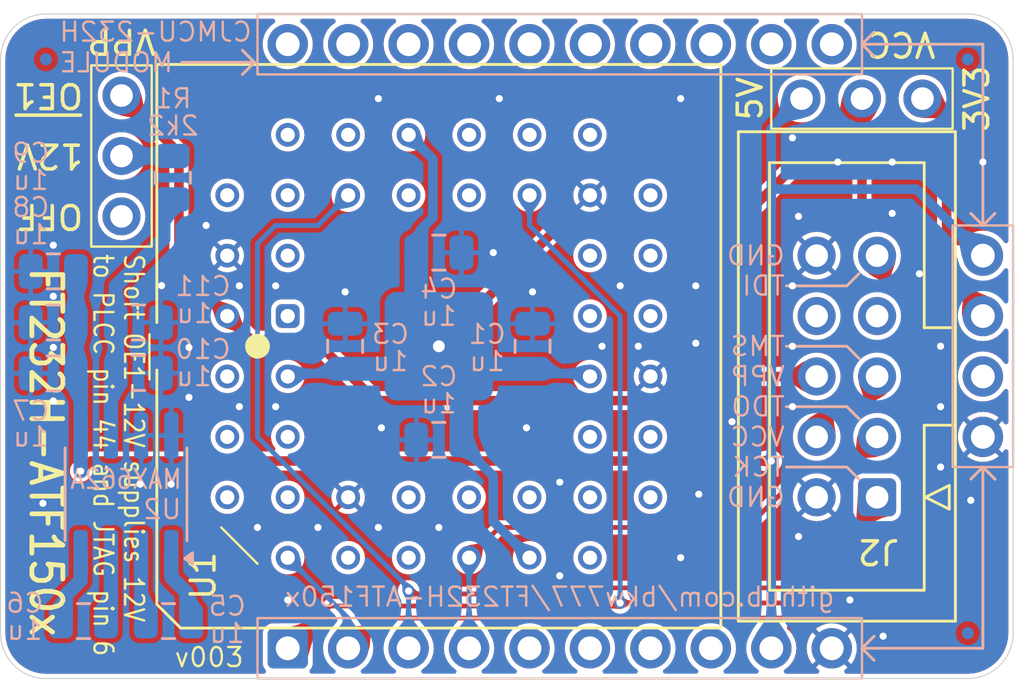
<source format=kicad_pcb>
(kicad_pcb (version 20240108) (generator "pcbnew") (generator_version "8.0")
  (title_block (title "FT232H-ATF150x") (date "2024-06-24") (rev "003") (company "Brian K. White") (comment 1 "CC-BY-SA") (comment 2 "github.com/bkw777/FT232H-ATF150x"))
  (layers (0 "F.Cu" signal) (31 "B.Cu" signal) (34 "B.Paste" user) (35 "F.Paste" user) (36 "B.SilkS" user "B.Silkscreen") (37 "F.SilkS" user "F.Silkscreen") (38 "B.Mask" user) (39 "F.Mask" user) (44 "Edge.Cuts" user))
  (net 0 "")
  (net 1 "TCK")
  (net 2 "TDI")
  (net 3 "TDO")
  (net 4 "TMS")
  (net 9 "+5V")
  (net 10 "GND")
  (net 21 "+3V3")
  (net 23 "+12V")
  (net 51 "VCC")
  (net 52 "Net-(C5-Pad1)")
  (net 53 "Net-(C5-Pad2)")
  (net 54 "Net-(C6-Pad2)")
  (net 55 "Net-(C6-Pad1)")
  (net 60 "VPP")
  (net 64 "Net-(JP2-C)")
  (footprint "000_LOCAL:IDC-Header_2x05_P2.54mm_Vertical" (layer "F.Cu") (at 164.465 107.95 180)
    (property "Reference" "J2" (at -1.016 -2.286 180) (layer "F.SilkS") (effects (justify left)))
    (property "Value" "Altera JTAG-A+VPP")
    (fp_line (start 5.83 15.37) (end -3.29 15.37) (stroke (width 0.12)) (layer "F.SilkS"))
    (fp_line (start 5.83 -5.21) (end 5.83 15.37) (stroke (width 0.12)) (layer "F.SilkS"))
    (fp_line (start 4.52 14.07) (end -1.98 14.07) (stroke (width 0.12)) (layer "F.SilkS"))
    (fp_line (start 4.52 -3.91) (end 4.52 14.07) (stroke (width 0.12)) (layer "F.SilkS"))
    (fp_line (start -1.98 14.07) (end -1.98 7.13) (stroke (width 0.12)) (layer "F.SilkS"))
    (fp_line (start -1.98 7.13) (end -1.98 7.13) (stroke (width 0.12)) (layer "F.SilkS"))
    (fp_line (start -1.98 7.13) (end -3.29 7.13) (stroke (width 0.12)) (layer "F.SilkS"))
    (fp_line (start -1.98 3.03) (end -1.98 -3.91) (stroke (width 0.12)) (layer "F.SilkS"))
    (fp_line (start -1.98 -3.91) (end 4.52 -3.91) (stroke (width 0.12)) (layer "F.SilkS"))
    (fp_line (start -2.032 0) (end -3.032 -0.5) (stroke (width 0.12)) (layer "F.SilkS"))
    (fp_line (start -3.032 0.5) (end -2.032 0) (stroke (width 0.12)) (layer "F.SilkS"))
    (fp_line (start -3.032 -0.5) (end -3.032 0.5) (stroke (width 0.12)) (layer "F.SilkS"))
    (fp_line (start -3.29 15.37) (end -3.29 -5.21) (stroke (width 0.12)) (layer "F.SilkS"))
    (fp_line (start -3.29 3.03) (end -1.98 3.03) (stroke (width 0.12)) (layer "F.SilkS"))
    (fp_line (start -3.29 -5.21) (end 5.83 -5.21) (stroke (width 0.12)) (layer "F.SilkS"))
    (pad "1" thru_hole roundrect (at 0 0 180) (size 1.6 1.6) (drill 0.95) (layers "*.Cu" "*.Mask") (roundrect_rratio 0.15625) (net 1 "TCK"))
    (pad "2" thru_hole circle (at 2.54 0 180) (size 1.6 1.6) (drill 0.95) (layers "*.Cu" "*.Mask") (net 10 "GND"))
    (pad "3" thru_hole circle (at 0 2.54 180) (size 1.6 1.6) (drill 0.95) (layers "*.Cu" "*.Mask") (net 3 "TDO"))
    (pad "4" thru_hole circle (at 2.54 2.54 180) (size 1.6 1.6) (drill 0.95) (layers "*.Cu" "*.Mask") (net 51 "VCC"))
    (pad "5" thru_hole circle (at 0 5.08 180) (size 1.6 1.6) (drill 0.95) (layers "*.Cu" "*.Mask") (net 4 "TMS"))
    (pad "6" thru_hole circle (at 2.54 5.08 180) (size 1.6 1.6) (drill 0.95) (layers "*.Cu" "*.Mask") (net 60 "VPP"))
    (pad "7" thru_hole circle (at 0 7.62 180) (size 1.6 1.6) (drill 0.95) (layers "*.Cu" "*.Mask"))
    (pad "8" thru_hole circle (at 2.54 7.62 180) (size 1.6 1.6) (drill 0.95) (layers "*.Cu" "*.Mask"))
    (pad "9" thru_hole circle (at 0 10.16 180) (size 1.6 1.6) (drill 0.95) (layers "*.Cu" "*.Mask") (net 2 "TDI"))
    (pad "10" thru_hole circle (at 2.54 10.16 180) (size 1.6 1.6) (drill 0.95) (layers "*.Cu" "*.Mask") (net 10 "GND"))
  )
  (footprint "000_LOCAL:PinHeader_1x03_P2.54mm_Vertical" (layer "F.Cu") (at 166.37 91.186 -90)
    (property "Reference" "JP1" (hide yes))
    (property "Value" "VCC" (at -2.286 0.889 180) (layer "F.SilkS"))
    (fp_poly (pts (xy -1.27 -1.27) (xy -1.270001 6.35) (xy 1.270001 6.35) (xy 1.27 -1.27)) (stroke (width 0.1)) (fill none) (layer "F.SilkS"))
    (pad "1" thru_hole circle (at 0 0 270) (size 1.6 1.6) (drill 0.95) (layers "*.Cu" "*.Mask") (net 21 "+3V3"))
    (pad "2" thru_hole circle (at 0 2.54 270) (size 1.6 1.6) (drill 0.95) (layers "*.Cu" "*.Mask") (net 51 "VCC"))
    (pad "3" thru_hole circle (at 0 5.079999 270) (size 1.6 1.6) (drill 0.95) (layers "*.Cu" "*.Mask") (net 9 "+5V"))
  )
  (footprint "000_LOCAL:CJMCU-232H" (layer "F.Cu") (at 154.94 101.6 90)
    (property "Reference" "J1" (hide yes))
    (property "Value" "CJMCU-232H")
    (fp_rect (start 11.43 -16.51) (end 13.97 8.89) (stroke (width 0.1)) (fill none) (layer "B.SilkS"))
    (fp_rect (start -13.97 -16.51) (end -11.43 8.89) (stroke (width 0.1)) (fill none) (layer "B.SilkS"))
    (fp_poly (pts (xy -5.08 15.240001) (xy -5.08 12.699999) (xy 5.08 12.699999) (xy 5.08 15.240001)) (stroke (width 0.1)) (fill none) (layer "B.SilkS"))
    (pad "1" thru_hole roundrect (at -12.7 -15.24 90) (size 1.7 1.7) (drill 1) (layers "*.Cu" "*.Mask") (roundrect_rratio 0.1470588235) (net 1 "TCK"))
    (pad "2" thru_hole circle (at -12.7 -12.7 90) (size 1.7 1.7) (drill 1) (layers "*.Cu" "*.Mask") (net 2 "TDI"))
    (pad "3" thru_hole circle (at -12.7 -10.16 90) (size 1.7 1.7) (drill 1) (layers "*.Cu" "*.Mask") (net 3 "TDO"))
    (pad "4" thru_hole circle (at -12.7 -7.62 90) (size 1.7 1.7) (drill 1) (layers "*.Cu" "*.Mask") (net 4 "TMS"))
    (pad "5" thru_hole circle (at -12.700001 -5.08 90) (size 1.7 1.7) (drill 1) (layers "*.Cu" "*.Mask"))
    (pad "6" thru_hole circle (at -12.7 -2.54 90) (size 1.7 1.7) (drill 1) (layers "*.Cu" "*.Mask"))
    (pad "7" thru_hole circle (at -12.7 0 90) (size 1.7 1.7) (drill 1) (layers "*.Cu" "*.Mask"))
    (pad "8" thru_hole circle (at -12.7 2.54 90) (size 1.7 1.7) (drill 1) (layers "*.Cu" "*.Mask"))
    (pad "9" thru_hole circle (at -12.700001 5.08 90) (size 1.7 1.7) (drill 1) (layers "*.Cu" "*.Mask") (net 9 "+5V"))
    (pad "10" thru_hole circle (at -12.7 7.62 90) (size 1.7 1.7) (drill 1) (layers "*.Cu" "*.Mask") (net 10 "GND"))
    (pad "11" thru_hole circle (at 12.7 7.62 90) (size 1.7 1.7) (drill 1) (layers "*.Cu" "*.Mask"))
    (pad "12" thru_hole circle (at 12.700001 5.08 90) (size 1.7 1.7) (drill 1) (layers "*.Cu" "*.Mask"))
    (pad "13" thru_hole circle (at 12.7 2.54 90) (size 1.7 1.7) (drill 1) (layers "*.Cu" "*.Mask"))
    (pad "14" thru_hole circle (at 12.7 0 90) (size 1.7 1.7) (drill 1) (layers "*.Cu" "*.Mask"))
    (pad "15" thru_hole circle (at 12.7 -2.54 90) (size 1.7 1.7) (drill 1) (layers "*.Cu" "*.Mask"))
    (pad "16" thru_hole circle (at 12.700001 -5.08 90) (size 1.7 1.7) (drill 1) (layers "*.Cu" "*.Mask"))
    (pad "17" thru_hole circle (at 12.7 -7.62 90) (size 1.7 1.7) (drill 1) (layers "*.Cu" "*.Mask"))
    (pad "18" thru_hole circle (at 12.7 -10.16 90) (size 1.7 1.7) (drill 1) (layers "*.Cu" "*.Mask"))
    (pad "19" thru_hole circle (at 12.7 -12.7 90) (size 1.7 1.7) (drill 1) (layers "*.Cu" "*.Mask"))
    (pad "20" thru_hole circle (at 12.7 -15.24 90) (size 1.7 1.7) (drill 1) (layers "*.Cu" "*.Mask"))
    (pad "21" thru_hole circle (at 3.81 13.97 90) (size 1.7 1.7) (drill 1) (layers "*.Cu" "*.Mask") (net 9 "+5V"))
    (pad "22" thru_hole circle (at 1.27 13.97 90) (size 1.7 1.7) (drill 1) (layers "*.Cu" "*.Mask") (net 21 "+3V3"))
    (pad "23" thru_hole circle (at -1.27 13.97 90) (size 1.7 1.7) (drill 1) (layers "*.Cu" "*.Mask"))
    (pad "24" thru_hole circle (at -3.81 13.97 90) (size 1.7 1.7) (drill 1) (layers "*.Cu" "*.Mask") (net 10 "GND"))
  )
  (footprint "000_LOCAL:PLCC-44_THT-Socket" (layer "F.Cu") (at 139.7 100.330001 90)
    (property "Reference" "U1" (at -10.921999 -3.556 90) (layer "F.SilkS"))
    (property "Value" "ATF150x-xJx44 (PLCC-44)")
    (fp_line (start 10.58 -5.5) (end -0.27 -5.5) (stroke (width 0.12)) (layer "F.SilkS"))
    (fp_line (start -2.27 -5.5) (end -12.12 -5.5) (stroke (width 0.12)) (layer "F.SilkS"))
    (fp_line (start -12.12 -5.5) (end -13.12 -4.5) (stroke (width 0.12)) (layer "F.SilkS"))
    (fp_line (start -13.12 -4.5) (end -13.12 18.2) (stroke (width 0.12)) (layer "F.SilkS"))
    (fp_line (start -10.413866 -1.270134) (end -8.890134 -2.793866) (stroke (width 0.1)) (layer "F.SilkS"))
    (fp_line (start 10.58 18.2) (end 10.58 -5.5) (stroke (width 0.12)) (layer "F.SilkS"))
    (fp_line (start -13.12 18.2) (end 10.58 18.2) (stroke (width 0.12)) (layer "F.SilkS"))
    (fp_circle (center -1.27 -1.27) (end -0.762 -1.27) (stroke (width 0.0254)) (fill solid) (layer "F.SilkS"))
    (pad "1" thru_hole roundrect (at 0 0 90) (size 1 1) (drill 0.6) (layers "*.Cu" "*.Mask"))
    (pad "2" thru_hole circle (at -2.54 -2.54 90) (size 1 1) (drill 0.6) (layers "*.Cu" "*.Mask"))
    (pad "3" thru_hole circle (at -2.54 0 90) (size 1 1) (drill 0.6) (layers "*.Cu" "*.Mask") (net 51 "VCC"))
    (pad "4" thru_hole circle (at -5.08 -2.54 90) (size 1 1) (drill 0.6) (layers "*.Cu" "*.Mask"))
    (pad "5" thru_hole circle (at -5.08 0 90) (size 1 1) (drill 0.6) (layers "*.Cu" "*.Mask"))
    (pad "6" thru_hole circle (at -7.62 -2.54 90) (size 1 1) (drill 0.6) (layers "*.Cu" "*.Mask"))
    (pad "7" thru_hole circle (at -10.16 0 90) (size 1 1) (drill 0.6) (layers "*.Cu" "*.Mask") (net 2 "TDI"))
    (pad "8" thru_hole circle (at -7.62 0 90) (size 1 1) (drill 0.6) (layers "*.Cu" "*.Mask"))
    (pad "9" thru_hole circle (at -10.16 2.54 90) (size 1 1) (drill 0.6) (layers "*.Cu" "*.Mask"))
    (pad "10" thru_hole circle (at -7.62 2.54 90) (size 1 1) (drill 0.6) (layers "*.Cu" "*.Mask") (net 10 "GND"))
    (pad "11" thru_hole circle (at -10.16 5.08 90) (size 1 1) (drill 0.6) (layers "*.Cu" "*.Mask"))
    (pad "12" thru_hole circle (at -7.62 5.08 90) (size 1 1) (drill 0.6) (layers "*.Cu" "*.Mask"))
    (pad "13" thru_hole circle (at -10.16 7.62 90) (size 1 1) (drill 0.6) (layers "*.Cu" "*.Mask") (net 4 "TMS"))
    (pad "14" thru_hole circle (at -7.62 7.62 90) (size 1 1) (drill 0.6) (layers "*.Cu" "*.Mask"))
    (pad "15" thru_hole circle (at -10.16 10.16 90) (size 1 1) (drill 0.6) (layers "*.Cu" "*.Mask") (net 51 "VCC"))
    (pad "16" thru_hole circle (at -7.62 10.16 90) (size 1 1) (drill 0.6) (layers "*.Cu" "*.Mask"))
    (pad "17" thru_hole circle (at -10.16 12.7 90) (size 1 1) (drill 0.6) (layers "*.Cu" "*.Mask"))
    (pad "18" thru_hole circle (at -7.62 15.24 90) (size 1 1) (drill 0.6) (layers "*.Cu" "*.Mask"))
    (pad "19" thru_hole circle (at -7.62 12.7 90) (size 1 1) (drill 0.6) (layers "*.Cu" "*.Mask"))
    (pad "20" thru_hole circle (at -5.08 15.24 90) (size 1 1) (drill 0.6) (layers "*.Cu" "*.Mask"))
    (pad "21" thru_hole circle (at -5.08 12.7 90) (size 1 1) (drill 0.6) (layers "*.Cu" "*.Mask"))
    (pad "22" thru_hole circle (at -2.54 15.24 90) (size 1 1) (drill 0.6) (layers "*.Cu" "*.Mask") (net 10 "GND"))
    (pad "23" thru_hole circle (at -2.54 12.7 90) (size 1 1) (drill 0.6) (layers "*.Cu" "*.Mask") (net 51 "VCC"))
    (pad "24" thru_hole circle (at 0 15.24 90) (size 1 1) (drill 0.6) (layers "*.Cu" "*.Mask"))
    (pad "25" thru_hole circle (at 0 12.7 90) (size 1 1) (drill 0.6) (layers "*.Cu" "*.Mask"))
    (pad "26" thru_hole circle (at 2.54 15.24 90) (size 1 1) (drill 0.6) (layers "*.Cu" "*.Mask"))
    (pad "27" thru_hole circle (at 2.54 12.7 90) (size 1 1) (drill 0.6) (layers "*.Cu" "*.Mask"))
    (pad "28" thru_hole circle (at 5.08 15.24 90) (size 1 1) (drill 0.6) (layers "*.Cu" "*.Mask"))
    (pad "29" thru_hole circle (at 7.62 12.7 90) (size 1 1) (drill 0.6) (layers "*.Cu" "*.Mask"))
    (pad "30" thru_hole circle (at 5.08 12.7 90) (size 1 1) (drill 0.6) (layers "*.Cu" "*.Mask") (net 10 "GND"))
    (pad "31" thru_hole circle (at 7.62 10.16 90) (size 1 1) (drill 0.6) (layers "*.Cu" "*.Mask"))
    (pad "32" thru_hole circle (at 5.08 10.16 90) (size 1 1) (drill 0.6) (layers "*.Cu" "*.Mask") (net 1 "TCK"))
    (pad "33" thru_hole circle (at 7.62 7.62 90) (size 1 1) (drill 0.6) (layers "*.Cu" "*.Mask"))
    (pad "34" thru_hole circle (at 5.08 7.62 90) (size 1 1) (drill 0.6) (layers "*.Cu" "*.Mask"))
    (pad "35" thru_hole circle (at 7.62 5.08 90) (size 1 1) (drill 0.6) (layers "*.Cu" "*.Mask") (net 51 "VCC"))
    (pad "36" thru_hole circle (at 5.08 5.08 90) (size 1 1) (drill 0.6) (layers "*.Cu" "*.Mask"))
    (pad "37" thru_hole circle (at 7.62 2.54 90) (size 1 1) (drill 0.6) (layers "*.Cu" "*.Mask"))
    (pad "38" thru_hole circle (at 5.08 2.54 90) (size 1 1) (drill 0.6) (layers "*.Cu" "*.Mask") (net 3 "TDO"))
    (pad "39" thru_hole circle (at 7.62 0 90) (size 1 1) (drill 0.6) (layers "*.Cu" "*.Mask"))
    (pad "40" thru_hole circle (at 5.08 -2.54 90) (size 1 1) (drill 0.6) (layers "*.Cu" "*.Mask"))
    (pad "41" thru_hole circle (at 5.08 0 90) (size 1 1) (drill 0.6) (layers "*.Cu" "*.Mask"))
    (pad "42" thru_hole circle (at 2.54 -2.54 90) (size 1 1) (drill 0.6) (layers "*.Cu" "*.Mask") (net 10 "GND"))
    (pad "43" thru_hole circle (at 2.54 0 90) (size 1 1) (drill 0.6) (layers "*.Cu" "*.Mask"))
    (pad "44" thru_hole circle (at 0 -2.54 90) (size 1 1) (drill 0.6) (layers "*.Cu" "*.Mask") (net 60 "VPP"))
  )
  (footprint "000_LOCAL:PinHeader_1x03_P2.54mm_Vertical" (layer "F.Cu") (at 132.715 96.138999 180)
    (property "Reference" "JP2" (hide yes))
    (property "Value" "VPP" (at 0 7.365999 180) (layer "F.SilkS"))
    (fp_poly (pts (xy -1.27 -1.27) (xy 1.27 -1.27) (xy 1.270001 6.35) (xy -1.270001 6.35)) (stroke (width 0.1)) (fill none) (layer "F.SilkS"))
    (pad "1" thru_hole circle (at 0 0 180) (size 1.6 1.6) (drill 0.95) (layers "*.Cu" "*.Mask"))
    (pad "2" thru_hole circle (at 0 2.54 180) (size 1.6 1.6) (drill 0.95) (layers "*.Cu" "*.Mask") (net 64 "Net-(JP2-C)"))
    (pad "3" thru_hole circle (at 0 5.079999 180) (size 1.6 1.6) (drill 0.95) (layers "*.Cu" "*.Mask") (net 60 "VPP"))
  )
  (footprint "000_LOCAL:C_0805" (layer "B.Cu") (at 149.987 101.6 90)
    (property "Reference" "C1" (at 0.508 -1.905 0) (layer "B.SilkS") (effects (font (size 0.8 0.8) (thickness 0.1)) (justify mirror)))
    (property "Value" "1u" (at -0.635 -1.905 0) (layer "B.SilkS") (effects (font (size 0.8 0.8) (thickness 0.1)) (justify mirror)))
    (fp_line (start 0.261252 -0.735) (end -0.261252 -0.735) (stroke (width 0.12)) (layer "B.SilkS"))
    (fp_line (start 0.261252 0.735) (end -0.261252 0.735) (stroke (width 0.12)) (layer "B.SilkS"))
    (pad "1" smd roundrect (at -0.95 0 90) (size 1 1.45) (layers "B.Cu" "B.Paste" "B.Mask") (net 51 "VCC"))
    (pad "2" smd roundrect (at 0.95 0 90) (size 1 1.45) (layers "B.Cu" "B.Paste" "B.Mask") (net 10 "GND"))
  )
  (footprint "000_LOCAL:SOIC-8" (layer "B.Cu") (at 132.905 107.825 90)
    (property "Reference" "U2" (at -0.635 1.524 0) (layer "B.SilkS") (effects (font (size 0.8 0.8) (thickness 0.1)) (justify mirror)))
    (property "Value" "MAX662A" (at 0.635 0 0) (layer "B.SilkS") (effects (font (size 0.8 0.7) (thickness 0.1)) (justify mirror)))
    (fp_line (start 1.95 -2.56) (end 0 -2.559999) (stroke (width 0.12)) (layer "B.SilkS"))
    (fp_line (start -1.95 -2.56) (end 0 -2.559999) (stroke (width 0.12)) (layer "B.SilkS"))
    (fp_line (start 1.95 2.56) (end 0 2.559999) (stroke (width 0.12)) (layer "B.SilkS"))
    (fp_line (start -1.95 2.56) (end 0 2.559999) (stroke (width 0.12)) (layer "B.SilkS"))
    (fp_poly (pts (xy -2.7 2.465) (xy -2.939999 2.795) (xy -2.46 2.795) (xy -2.7 2.465)) (stroke (width 0.12)) (fill solid) (layer "B.SilkS"))
    (pad "1" smd roundrect (at -2.475 1.905 90) (size 1.95 0.6) (layers "B.Cu" "B.Paste" "B.Mask") (net 52 "Net-(C5-Pad1)"))
    (pad "2" smd roundrect (at -2.475 0.635 90) (size 1.95 0.6) (layers "B.Cu" "B.Paste" "B.Mask") (net 53 "Net-(C5-Pad2)"))
    (pad "3" smd roundrect (at -2.475 -0.635 90) (size 1.95 0.6) (layers "B.Cu" "B.Paste" "B.Mask") (net 55 "Net-(C6-Pad1)"))
    (pad "4" smd roundrect (at -2.475 -1.905 90) (size 1.95 0.6) (layers "B.Cu" "B.Paste" "B.Mask") (net 54 "Net-(C6-Pad2)"))
    (pad "5" smd roundrect (at 2.475 -1.905 90) (size 1.95 0.6) (layers "B.Cu" "B.Paste" "B.Mask") (net 9 "+5V"))
    (pad "6" smd roundrect (at 2.475 -0.635 90) (size 1.95 0.6) (layers "B.Cu" "B.Paste" "B.Mask") (net 23 "+12V"))
    (pad "7" smd roundrect (at 2.475 0.635 90) (size 1.95 0.6) (layers "B.Cu" "B.Paste" "B.Mask") (net 10 "GND"))
    (pad "8" smd roundrect (at 2.475 1.905 90) (size 1.95 0.6) (layers "B.Cu" "B.Paste" "B.Mask") (net 10 "GND"))
  )
  (footprint "000_LOCAL:Fiducial_0.5_1.0" (layer "B.Cu") (at 168.275 113.665)
    (property "Reference" "REF**" (hide yes))
    (property "Value" "Fiducial_0.5_1.0" (hide yes))
    (pad "" smd circle (at 0 0) (size 0.5 0.5) (layers "B.Cu" "B.Mask") (clearance 0.25))
  )
  (footprint "000_LOCAL:C_0805" (layer "B.Cu") (at 142.113 101.6 90)
    (property "Reference" "C3" (at 0.508 1.905 0) (layer "B.SilkS") (effects (font (size 0.8 0.8) (thickness 0.1)) (justify mirror)))
    (property "Value" "1u" (at -0.635 1.905 0) (layer "B.SilkS") (effects (font (size 0.8 0.8) (thickness 0.1)) (justify mirror)))
    (fp_line (start 0.261252 -0.735) (end -0.261252 -0.735) (stroke (width 0.12)) (layer "B.SilkS"))
    (fp_line (start 0.261252 0.735) (end -0.261252 0.735) (stroke (width 0.12)) (layer "B.SilkS"))
    (pad "1" smd roundrect (at -0.95 0 90) (size 1 1.45) (layers "B.Cu" "B.Paste" "B.Mask") (net 51 "VCC"))
    (pad "2" smd roundrect (at 0.95 0 90) (size 1 1.45) (layers "B.Cu" "B.Paste" "B.Mask") (net 10 "GND"))
  )
  (footprint "000_LOCAL:C_0805" (layer "B.Cu") (at 146.05 97.663)
    (property "Reference" "C4" (at 0 1.524 0) (layer "B.SilkS") (effects (font (size 0.8 0.8) (thickness 0.1)) (justify mirror)))
    (property "Value" "1u" (at 0 2.667 0) (layer "B.SilkS") (effects (font (size 0.8 0.8) (thickness 0.1)) (justify mirror)))
    (fp_line (start 0.261252 -0.735) (end -0.261252 -0.735) (stroke (width 0.12)) (layer "B.SilkS"))
    (fp_line (start 0.261252 0.735) (end -0.261252 0.735) (stroke (width 0.12)) (layer "B.SilkS"))
    (pad "1" smd roundrect (at -0.95 0) (size 1 1.45) (layers "B.Cu" "B.Paste" "B.Mask") (net 51 "VCC"))
    (pad "2" smd roundrect (at 0.95 0) (size 1 1.45) (layers "B.Cu" "B.Paste" "B.Mask") (net 10 "GND"))
  )
  (footprint "000_LOCAL:C_0805" (layer "B.Cu") (at 129.850001 102.74 180)
    (property "Reference" "C7" (at 0.945001 -1.5778 0) (layer "B.SilkS") (effects (font (size 0.8 0.8) (thickness 0.1)) (justify mirror)))
    (property "Value" "1u" (at 0.945001 -2.67 0) (layer "B.SilkS") (effects (font (size 0.8 0.8) (thickness 0.1)) (justify mirror)))
    (fp_line (start 0.261253 0.735) (end -0.261253 0.735) (stroke (width 0.12)) (layer "B.SilkS"))
    (fp_line (start 0.261253 -0.735) (end -0.261253 -0.735) (stroke (width 0.12)) (layer "B.SilkS"))
    (pad "1" smd roundrect (at -0.949999 0 180) (size 1 1.45) (layers "B.Cu" "B.Paste" "B.Mask") (net 9 "+5V"))
    (pad "2" smd roundrect (at 0.949999 0 180) (size 1 1.45) (layers "B.Cu" "B.Paste" "B.Mask") (net 10 "GND"))
  )
  (footprint "000_LOCAL:C_0805" (layer "B.Cu") (at 129.850001 98.45 180)
    (property "Reference" "C9" (at 0.945001 4.978 0) (layer "B.SilkS") (effects (font (size 0.8 0.8) (thickness 0.1)) (justify mirror)))
    (property "Value" "1u" (at 0.945001 3.835 0) (layer "B.SilkS") (effects (font (size 0.8 0.8) (thickness 0.1)) (justify mirror)))
    (fp_line (start 0.261253 0.735) (end -0.261253 0.735) (stroke (width 0.12)) (layer "B.SilkS"))
    (fp_line (start 0.261253 -0.735) (end -0.261253 -0.735) (stroke (width 0.12)) (layer "B.SilkS"))
    (pad "1" smd roundrect (at -0.949999 0 180) (size 1 1.45) (layers "B.Cu" "B.Paste" "B.Mask") (net 9 "+5V"))
    (pad "2" smd roundrect (at 0.949999 0 180) (size 1 1.45) (layers "B.Cu" "B.Paste" "B.Mask") (net 10 "GND"))
  )
  (footprint "000_LOCAL:Fiducial_0.5_1.0" (layer "B.Cu") (at 168.275 89.535)
    (property "Reference" "REF**" (hide yes))
    (property "Value" "Fiducial_0.5_1.0" (hide yes))
    (pad "" smd circle (at 0 0) (size 0.5 0.5) (layers "B.Cu" "B.Mask") (clearance 0.25))
  )
  (footprint "000_LOCAL:C_0805" (layer "B.Cu") (at 133.425 100.6)
    (property "Reference" "C11" (at 2.719 -1.524 0) (layer "B.SilkS") (effects (font (size 0.8 0.8) (thickness 0.1)) (justify mirror)))
    (property "Value" "1u" (at 2.352 -0.381 0) (layer "B.SilkS") (effects (font (size 0.8 0.8) (thickness 0.1)) (justify mirror)))
    (fp_line (start 0.261252 -0.735) (end -0.261252 -0.735) (stroke (width 0.12)) (layer "B.SilkS"))
    (fp_line (start 0.261252 0.735) (end -0.261252 0.735) (stroke (width 0.12)) (layer "B.SilkS"))
    (pad "1" smd roundrect (at -0.95 0) (size 1 1.45) (layers "B.Cu" "B.Paste" "B.Mask") (net 23 "+12V"))
    (pad "2" smd roundrect (at 0.95 0) (size 1 1.45) (layers "B.Cu" "B.Paste" "B.Mask") (net 10 "GND"))
  )
  (footprint "000_LOCAL:C_0805" (layer "B.Cu") (at 146.05 105.537 180)
    (property "Reference" "C2" (at 0 2.667 0) (layer "B.SilkS") (effects (font (size 0.8 0.8) (thickness 0.1)) (justify mirror)))
    (property "Value" "1u" (at 0 1.524 0) (layer "B.SilkS") (effects (font (size 0.8 0.8) (thickness 0.1)) (justify mirror)))
    (fp_line (start 0.261252 0.735) (end -0.261252 0.735) (stroke (width 0.12)) (layer "B.SilkS"))
    (fp_line (start 0.261252 -0.735) (end -0.261252 -0.735) (stroke (width 0.12)) (layer "B.SilkS"))
    (pad "1" smd roundrect (at -0.95 0 180) (size 1 1.45) (layers "B.Cu" "B.Paste" "B.Mask") (net 51 "VCC"))
    (pad "2" smd roundrect (at 0.95 0 180) (size 1 1.45) (layers "B.Cu" "B.Paste" "B.Mask") (net 10 "GND"))
  )
  (footprint "000_LOCAL:C_0805" (layer "B.Cu") (at 131.120001 113.157 180)
    (property "Reference" "C6" (at 2.469001 0.762 0) (layer "B.SilkS") (effects (font (size 0.8 0.8) (thickness 0.1)) (justify mirror)))
    (property "Value" "1u" (at 2.469001 -0.381 0) (layer "B.SilkS") (effects (font (size 0.8 0.8) (thickness 0.1)) (justify mirror)))
    (fp_line (start 0.261253 0.735) (end -0.261253 0.735) (stroke (width 0.12)) (layer "B.SilkS"))
    (fp_line (start 0.261253 -0.735) (end -0.261253 -0.735) (stroke (width 0.12)) (layer "B.SilkS"))
    (pad "1" smd roundrect (at -0.949999 0 180) (size 1 1.45) (layers "B.Cu" "B.Paste" "B.Mask") (net 55 "Net-(C6-Pad1)"))
    (pad "2" smd roundrect (at 0.949999 0 180) (size 1 1.45) (layers "B.Cu" "B.Paste" "B.Mask") (net 54 "Net-(C6-Pad2)"))
  )
  (footprint "000_LOCAL:C_0805" (layer "B.Cu") (at 129.850001 100.6 180)
    (property "Reference" "C8" (at 0.945001 4.842 0) (layer "B.SilkS") (effects (font (size 0.8 0.8) (thickness 0.1)) (justify mirror)))
    (property "Value" "1u" (at 0.945001 3.699 0) (layer "B.SilkS") (effects (font (size 0.8 0.8) (thickness 0.1)) (justify mirror)))
    (fp_line (start 0.261253 0.735) (end -0.261253 0.735) (stroke (width 0.12)) (layer "B.SilkS"))
    (fp_line (start 0.261253 -0.735) (end -0.261253 -0.735) (stroke (width 0.12)) (layer "B.SilkS"))
    (pad "1" smd roundrect (at -0.949999 0 180) (size 1 1.45) (layers "B.Cu" "B.Paste" "B.Mask") (net 9 "+5V"))
    (pad "2" smd roundrect (at 0.949999 0 180) (size 1 1.45) (layers "B.Cu" "B.Paste" "B.Mask") (net 10 "GND"))
  )
  (footprint "000_LOCAL:C_0805" (layer "B.Cu") (at 133.425 102.725)
    (property "Reference" "C10" (at 2.719 -0.998 0) (layer "B.SilkS") (effects (font (size 0.8 0.8) (thickness 0.1)) (justify mirror)))
    (property "Value" "1u" (at 2.338 0.145 0) (layer "B.SilkS") (effects (font (size 0.8 0.8) (thickness 0.1)) (justify mirror)))
    (fp_line (start 0.261252 -0.735) (end -0.261252 -0.735) (stroke (width 0.12)) (layer "B.SilkS"))
    (fp_line (start 0.261252 0.735) (end -0.261252 0.735) (stroke (width 0.12)) (layer "B.SilkS"))
    (pad "1" smd roundrect (at -0.95 0) (size 1 1.45) (layers "B.Cu" "B.Paste" "B.Mask") (net 23 "+12V"))
    (pad "2" smd roundrect (at 0.95 0) (size 1 1.45) (layers "B.Cu" "B.Paste" "B.Mask") (net 10 "GND"))
  )
  (footprint "000_LOCAL:R_0805" (layer "B.Cu") (at 134.874 94.5125 -90)
    (property "Reference" "R1" (at -3.3265 0 0) (layer "B.SilkS") (effects (font (size 0.8 0.8) (thickness 0.1)) (justify mirror)))
    (property "Value" "2k2" (at -2.1835 0 0) (layer "B.SilkS") (effects (font (size 0.8 0.8) (thickness 0.1)) (justify mirror)))
    (fp_line (start 0.227064 0.735) (end -0.227064 0.735) (stroke (width 0.12)) (layer "B.SilkS"))
    (fp_line (start 0.227064 -0.735) (end -0.227064 -0.735) (stroke (width 0.12)) (layer "B.SilkS"))
    (pad "1" smd roundrect (at -0.9125 0 270) (size 1.025 1.4) (layers "B.Cu" "B.Paste" "B.Mask") (roundrect_rratio 0.243902) (net 64 "Net-(JP2-C)"))
    (pad "2" smd roundrect (at 0.9125 0 270) (size 1.025 1.4) (layers "B.Cu" "B.Paste" "B.Mask") (roundrect_rratio 0.243902) (net 23 "+12V"))
  )
  (footprint "000_LOCAL:Fiducial_0.5_1.0" (layer "B.Cu") (at 129.54 89.535)
    (property "Reference" "REF**" (hide yes))
    (property "Value" "Fiducial_0.5_1.0" (hide yes))
    (pad "" smd circle (at 0 0) (size 0.5 0.5) (layers "B.Cu" "B.Mask") (clearance 0.25))
  )
  (footprint "000_LOCAL:C_0805" (layer "B.Cu") (at 134.689999 113.156999 180)
    (property "Reference" "C5" (at -2.470001 0.634999 0) (layer "B.SilkS") (effects (font (size 0.8 0.8) (thickness 0.1)) (justify mirror)))
    (property "Value" "1u" (at -2.470001 -0.508001 0) (layer "B.SilkS") (effects (font (size 0.8 0.8) (thickness 0.1)) (justify mirror)))
    (fp_line (start 0.261253 0.735) (end -0.261253 0.735) (stroke (width 0.12)) (layer "B.SilkS"))
    (fp_line (start 0.261253 -0.735) (end -0.261253 -0.735) (stroke (width 0.12)) (layer "B.SilkS"))
    (pad "1" smd roundrect (at -0.949999 0 180) (size 1 1.45) (layers "B.Cu" "B.Paste" "B.Mask") (net 52 "Net-(C5-Pad1)"))
    (pad "2" smd roundrect (at 0.949999 0 180) (size 1 1.45) (layers "B.Cu" "B.Paste" "B.Mask") (net 53 "Net-(C5-Pad2)"))
  )
  (gr_rect (start 144.272 99.822) (end 147.828 103.378) (stroke (width 1)) (fill solid) (layer "B.Cu") (net 51))
  (gr_line (start 168.91 106.68) (end 168.402 107.188) (stroke (width 0.12)) (layer "B.SilkS"))
  (gr_line (start 163.195 106.68) (end 160.655 106.68) (stroke (width 0.12)) (layer "B.SilkS"))
  (gr_line (start 163.195 101.6) (end 160.655 101.6) (stroke (width 0.12)) (layer "B.SilkS"))
  (gr_line (start 163.83 114.3) (end 168.91 114.3) (stroke (width 0.12)) (layer "B.SilkS"))
  (gr_line (start 168.91 106.68) (end 169.418 107.188) (stroke (width 0.12)) (layer "B.SilkS"))
  (gr_line (start 163.703 102.108) (end 163.195 101.6) (stroke (width 0.12)) (layer "B.SilkS"))
  (gr_line (start 163.83 88.9) (end 164.338 88.392) (stroke (width 0.12)) (layer "B.SilkS"))
  (gr_line (start 163.195 99.06) (end 160.655 99.06) (stroke (width 0.12)) (layer "B.SilkS"))
  (gr_line (start 168.91 96.52) (end 168.91 88.9) (stroke (width 0.12)) (layer "B.SilkS"))
  (gr_line (start 168.91 96.52) (end 168.402 96.012) (stroke (width 0.12)) (layer "B.SilkS"))
  (gr_line (start 163.703 107.188) (end 163.195 106.68) (stroke (width 0.12)) (layer "B.SilkS"))
  (gr_line (start 168.91 114.3) (end 168.91 106.68) (stroke (width 0.12)) (layer "B.SilkS"))
  (gr_line (start 137.795 90.17) (end 138.303 89.662) (stroke (width 0.12)) (layer "B.SilkS"))
  (gr_line (start 169.418 107.188) (end 168.91 106.68) (stroke (width 0.12)) (layer "B.SilkS"))
  (gr_line (start 138.303 89.662) (end 135.255 89.662) (stroke (width 0.12)) (layer "B.SilkS"))
  (gr_line (start 168.91 88.9) (end 163.83 88.9) (stroke (width 0.12)) (layer "B.SilkS"))
  (gr_line (start 163.83 114.3) (end 164.338 114.808) (stroke (width 0.12)) (layer "B.SilkS"))
  (gr_line (start 163.703 98.552) (end 163.195 99.06) (stroke (width 0.12)) (layer "B.SilkS"))
  (gr_line (start 168.91 96.52) (end 169.418 96.012) (stroke (width 0.12)) (layer "B.SilkS"))
  (gr_line (start 163.83 88.9) (end 164.338 89.408) (stroke (width 0.12)) (layer "B.SilkS"))
  (gr_line (start 138.303 89.662) (end 137.795 89.154) (stroke (width 0.12)) (layer "B.SilkS"))
  (gr_line (start 163.703 104.648) (end 163.195 104.14) (stroke (width 0.12)) (layer "B.SilkS"))
  (gr_line (start 163.195 104.14) (end 160.655 104.14) (stroke (width 0.12)) (layer "B.SilkS"))
  (gr_line (start 164.338 113.792) (end 163.83 114.3) (stroke (width 0.12)) (layer "B.SilkS"))
  (gr_arc (start 170.179999 113.665) (mid 169.622038 115.012038) (end 168.275 115.569999) (stroke (width 0.05)) (layer "Edge.Cuts"))
  (gr_arc (start 127.635 89.535) (mid 128.192962 88.187962) (end 129.54 87.63) (stroke (width 0.05)) (layer "Edge.Cuts"))
  (gr_arc (start 168.275 87.630001) (mid 169.622038 88.187962) (end 170.179999 89.535) (stroke (width 0.05)) (layer "Edge.Cuts"))
  (gr_line (start 168.275 115.569999) (end 129.54 115.569999) (stroke (width 0.05)) (layer "Edge.Cuts"))
  (gr_arc (start 129.54 115.569999) (mid 128.192962 115.012038) (end 127.635001 113.665) (stroke (width 0.05)) (layer "Edge.Cuts"))
  (gr_line (start 127.635001 113.665) (end 127.635001 89.535) (stroke (width 0.05)) (layer "Edge.Cuts"))
  (gr_line (start 170.179999 89.535) (end 170.179999 113.665) (stroke (width 0.05)) (layer "Edge.Cuts"))
  (gr_line (start 129.54 87.63) (end 168.275 87.63) (stroke (width 0.05)) (layer "Edge.Cuts"))
  (gr_text "TDO" (at 160.655 104.14 0) (layer "B.SilkS") (effects (font (size 0.8 0.8) (thickness 0.1)) (justify left mirror)))
  (gr_text "VPP" (at 160.655 102.87 0) (layer "B.SilkS") (effects (font (size 0.8 0.8) (thickness 0.1)) (justify left mirror)))
  (gr_text "GND" (at 160.655 107.95 0) (layer "B.SilkS") (effects (font (size 0.8 0.8) (thickness 0.1)) (justify left mirror)))
  (gr_text "TCK" (at 160.655 106.68 0) (layer "B.SilkS") (effects (font (size 0.8 0.8) (thickness 0.1)) (justify left mirror)))
  (gr_text "${COMMENT2}" (at 151.13 112.141 0) (layer "B.SilkS") (effects (font (size 0.8 0.8) (thickness 0.1)) (justify mirror)))
  (gr_text "VCC" (at 160.655 105.41 0) (layer "B.SilkS") (effects (font (size 0.8 0.8) (thickness 0.1)) (justify left mirror)))
  (gr_text "TDI" (at 160.655 99.06 0) (layer "B.SilkS") (effects (font (size 0.8 0.8) (thickness 0.1)) (justify left mirror)))
  (gr_text "TMS" (at 160.655 101.6 0) (layer "B.SilkS") (effects (font (size 0.8 0.8) (thickness 0.1)) (justify left mirror)))
  (gr_text "CJMCU-232H\nMODULE" (at 130.048 89.027 0) (layer "B.SilkS") (effects (font (size 0.8 0.8) (thickness 0.1)) (justify right mirror)))
  (gr_text "GND" (at 160.655 97.79 0) (layer "B.SilkS") (effects (font (size 0.8 0.8) (thickness 0.1)) (justify left mirror)))
  (gr_text "5V" (at 159.131 91.186 90) (layer "F.SilkS") (effects (font (size 1 1) (thickness 0.15) (bold yes))))
  (gr_text "~{OE1}" (at 131.191 91.059 180) (layer "F.SilkS") (effects (font (size 1 1)) (justify left)))
  (gr_text "12V" (at 131.191 93.599 180) (layer "F.SilkS") (effects (font (size 1 1)) (justify left)))
  (gr_text "3V3" (at 168.656 91.186 90) (layer "F.SilkS") (effects (font (size 1 1) (thickness 0.15) (bold yes))))
  (gr_text "Short ~{OE1}-12V supplies 12V\nto PLCC pin 44 and JTAG pin 6" (at 132.588 97.663 270) (layer "F.SilkS") (effects (font (size 0.8 0.7) (thickness 0.1)) (justify left)))
  (gr_text "${TITLE}" (at 129.54 106.045 270) (layer "F.SilkS") (effects (font (size 1.3 1.2) (thickness 0.2))))
  (gr_text "OFF" (at 131.191 96.139 180) (layer "F.SilkS") (effects (font (size 1 1)) (justify left)))
  (gr_text "v${REVISION}" (at 136.398 114.681 0) (layer "F.SilkS") (effects (font (size 0.8 0.8) (thickness 0.1))))
  (segment (start 139.7 114.299999) (end 139.7 114.3) (width 0.2) (layer "F.Cu") (net 1))
  (segment (start 163.83 108.585) (end 164.465 107.95) (width 0.2) (layer "F.Cu") (net 1))
  (segment (start 160.655 112.395) (end 163.83 109.22) (width 0.2) (layer "F.Cu") (net 1))
  (segment (start 141.478 112.522) (end 153.543001 112.522) (width 0.2) (layer "F.Cu") (net 1))
  (segment (start 153.543001 112.522) (end 153.670001 112.395) (width 0.2) (layer "F.Cu") (net 1))
  (segment (start 163.83 109.22) (end 163.83 108.585) (width 0.2) (layer "F.Cu") (net 1))
  (segment (start 153.670001 112.395) (end 160.655 112.395) (width 0.2) (layer "F.Cu") (net 1))
  (segment (start 139.7 114.3) (end 141.478 112.522) (width 0.2) (layer "F.Cu") (net 1))
  (via (at 153.670001 112.395) (size 0.5) (drill 0.3) (layers "F.Cu" "B.Cu") (net 1))
  (segment (start 153.670001 112.395) (end 153.670001 100.330001) (width 0.2) (layer "B.Cu") (net 1))
  (segment (start 149.86 96.52) (end 149.86 95.250001) (width 0.2) (layer "B.Cu") (net 1))
  (segment (start 153.670001 100.330001) (end 149.86 96.52) (width 0.2) (layer "B.Cu") (net 1))
  (segment (start 165.735 99.695) (end 165.735 108.839) (width 0.2) (layer "F.Cu") (net 2))
  (segment (start 165.735 108.839) (end 165.227 109.347) (width 0.2) (layer "F.Cu") (net 2))
  (segment (start 164.465 109.347) (end 160.782 113.03) (width 0.2) (layer "F.Cu") (net 2))
  (segment (start 164.465 98.425) (end 165.735 99.695) (width 0.2) (layer "F.Cu") (net 2))
  (segment (start 165.227 109.347) (end 164.465 109.347) (width 0.2) (layer "F.Cu") (net 2))
  (segment (start 143.509999 113.03) (end 142.24 114.299999) (width 0.2) (layer "F.Cu") (net 2))
  (segment (start 160.782 113.03) (end 143.509999 113.03) (width 0.2) (layer "F.Cu") (net 2))
  (segment (start 164.465 97.79) (end 164.465 98.425) (width 0.2) (layer "F.Cu") (net 2))
  (segment (start 142.24 114.3) (end 142.24 113.030001) (width 0.2) (layer "B.Cu") (net 2))
  (segment (start 142.24 113.030001) (end 139.7 110.490001) (width 0.2) (layer "B.Cu") (net 2))
  (segment (start 163.195 106.68) (end 164.465 105.41) (width 0.2) (layer "F.Cu") (net 3))
  (segment (start 160.528 111.76) (end 163.195 109.093) (width 0.2) (layer "F.Cu") (net 3))
  (segment (start 144.907 112.014) (end 153.035 112.014) (width 0.2) (layer "F.Cu") (net 3))
  (segment (start 163.195 109.093) (end 163.195 106.68) (width 0.2) (layer "F.Cu") (net 3))
  (segment (start 144.78 111.887) (end 144.907 112.014) (width 0.2) (layer "F.Cu") (net 3))
  (segment (start 153.289 111.76) (end 160.528 111.76) (width 0.2) (layer "F.Cu") (net 3))
  (segment (start 153.035 112.014) (end 153.289 111.76) (width 0.2) (layer "F.Cu") (net 3))
  (via (at 144.78 111.887) (size 0.5) (drill 0.3) (layers "F.Cu" "B.Cu") (net 3))
  (segment (start 144.78 114.3) (end 144.78 111.887) (width 0.2) (layer "B.Cu") (net 3))
  (segment (start 144.78 111.887) (end 144.78 111.76) (width 0.2) (layer "B.Cu") (net 3))
  (segment (start 138.43 97.282) (end 139.192 96.52) (width 0.2) (layer "B.Cu") (net 3))
  (segment (start 144.78 111.76) (end 138.43 105.41) (width 0.2) (layer "B.Cu") (net 3))
  (segment (start 138.43 105.41) (end 138.43 97.282) (width 0.2) (layer "B.Cu") (net 3))
  (segment (start 140.970001 96.52) (end 142.24 95.250001) (width 0.2) (layer "B.Cu") (net 3))
  (segment (start 139.192 96.52) (end 140.970001 96.52) (width 0.2) (layer "B.Cu") (net 3))
  (segment (start 148.590001 109.22) (end 159.004 109.22) (width 0.2) (layer "F.Cu") (net 4))
  (segment (start 161.544 106.68) (end 162.433 106.68) (width 0.2) (layer "F.Cu") (net 4))
  (segment (start 159.004 109.22) (end 161.544 106.68) (width 0.2) (layer "F.Cu") (net 4))
  (segment (start 164.465 103.505) (end 164.465 102.87) (width 0.2) (layer "F.Cu") (net 4))
  (segment (start 162.433 106.68) (end 163.195 105.918) (width 0.2) (layer "F.Cu") (net 4))
  (segment (start 163.195 105.918) (end 163.195 104.775) (width 0.2) (layer "F.Cu") (net 4))
  (segment (start 163.195 104.775) (end 164.465 103.505) (width 0.2) (layer "F.Cu") (net 4))
  (segment (start 147.32 110.490001) (end 148.590001 109.22) (width 0.2) (layer "F.Cu") (net 4))
  (segment (start 147.32 114.299999) (end 147.32 110.490001) (width 0.2) (layer "B.Cu") (net 4))
  (segment (start 131.424 106.426) (end 131 106.85) (width 0.4) (layer "F.Cu") (net 9))
  (segment (start 160.02 106.426) (end 131.424 106.426) (width 0.4) (layer "F.Cu") (net 9))
  (via (at 160.02 106.426) (size 0.5) (drill 0.3) (layers "F.Cu" "B.Cu") (net 9))
  (via (at 131 106.85) (size 0.5) (drill 0.3) (layers "F.Cu" "B.Cu") (net 9))
  (segment (start 131 105.35) (end 131 106.85) (width 0.6) (layer "B.Cu") (net 9))
  (segment (start 160.02 101.6) (end 160.02 92.456001) (width 0.4) (layer "B.Cu") (net 9))
  (segment (start 131 105.35) (end 131 102.94) (width 0.6) (layer "B.Cu") (net 9))
  (segment (start 130.8 100.6) (end 130.8 98.45) (width 0.6) (layer "B.Cu") (net 9))
  (segment (start 160.02 92.456001) (end 161.290001 91.186) (width 0.4) (layer "B.Cu") (net 9))
  (segment (start 160.02 106.426) (end 160.02 101.6) (width 0.4) (layer "B.Cu") (net 9))
  (segment (start 166.116 94.996) (end 160.02 94.996) (width 0.4) (layer "B.Cu") (net 9))
  (segment (start 160.02 114.300001) (end 160.02 106.426) (width 0.4) (layer "B.Cu") (net 9))
  (segment (start 131 102.94) (end 130.8 102.74) (width 0.6) (layer "B.Cu") (net 9))
  (segment (start 168.91 97.79) (end 166.116 94.996) (width 0.4) (layer "B.Cu") (net 9))
  (segment (start 130.8 102.74) (end 130.8 100.6) (width 0.6) (layer "B.Cu") (net 9))
  (via (at 158.369 104.775) (size 0.5) (drill 0.3) (layers "F.Cu" "B.Cu") (net 10))
  (via (at 152.908 101.6) (size 0.5) (drill 0.3) (layers "F.Cu" "B.Cu") (net 10))
  (via (at 136.271 96.52) (size 0.5) (drill 0.3) (layers "F.Cu" "B.Cu") (net 10))
  (via (at 143.637 105.029) (size 0.5) (drill 0.3) (layers "F.Cu" "B.Cu") (net 10))
  (via (at 148.336 97.663) (size 0.5) (drill 0.3) (layers "F.Cu" "B.Cu") (net 10))
  (via (at 140.97 109.22) (size 0.5) (drill 0.3) (layers "F.Cu" "B.Cu") (net 10))
  (via (at 134.4 99.05) (size 0.5) (drill 0.3) (layers "F.Cu" "B.Cu") (net 10))
  (via (at 135.55 103.75) (size 0.5) (drill 0.3) (layers "F.Cu" "B.Cu") (net 10))
  (via (at 156.21 91.186) (size 0.5) (drill 0.3) (layers "F.Cu" "B.Cu") (net 10))
  (via (at 165.1 93.853) (size 0.5) (drill 0.3) (layers "F.Cu" "B.Cu") (net 10))
  (via (at 156.845 99.06) (size 0.5) (drill 0.3) (layers "F.Cu" "B.Cu") (net 10))
  (via (at 129.85 99.5) (size 0.5) (drill 0.3) (layers "F.Cu" "B.Cu") (net 10))
  (via (at 156.21 110.49) (size 0.5) (drill 0.3) (layers "F.Cu" "B.Cu") (net 10))
  (via (at 151.13 111.252) (size 0.5) (drill 0.3) (layers "F.Cu" "B.Cu") (net 10))
  (via (at 134.8 107.4) (size 0.5) (drill 0.3) (layers "F.Cu" "B.Cu") (net 10))
  (via (at 143.51 91.186) (size 0.5) (drill 0.3) (layers "F.Cu" "B.Cu") (net 10))
  (via (at 156.845 101.473) (size 0.5) (drill 0.3) (layers "F.Cu" "B.Cu") (net 10))
  (via (at 135.55 101.65) (size 0.5) (drill 0.3) (layers "F.Cu" "B.Cu") (net 10))
  (via (at 160.909 99.06) (size 0.5) (drill 0.3) (layers "F.Cu" "B.Cu") (net 10))
  (via (at 138.43 109.22) (size 0.5) (drill 0.3) (layers "F.Cu" "B.Cu") (net 10))
  (via (at 166.243 98.552) (size 0.5) (drill 0.3) (layers "F.Cu" "B.Cu") (net 10))
  (via (at 154.432 101.6) (size 0.5) (drill 0.3) (layers "F.Cu" "B.Cu") (net 10))
  (via (at 137.668 99.06) (size 0.5) (drill 0.3) (layers "F.Cu" "B.Cu") (net 10))
  (via (at 137.668 104.14) (size 0.5) (drill 0.3) (layers "F.Cu" "B.Cu") (net 10))
  (via (at 148.59 91.186) (size 0.5) (drill 0.3) (layers "F.Cu" "B.Cu") (net 10))
  (via (at 160.909 101.6) (size 0.5) (drill 0.3) (layers "F.Cu" "B.Cu") (net 10))
  (via (at 139.192 104.14) (size 0.5) (drill 0.3) (layers "F.Cu" "B.Cu") (net 10))
  (via (at 149.987 99.314) (size 0.5) (drill 0.3) (layers "F.Cu" "B.Cu") (net 10))
  (via (at 167.132 104.14) (size 0.5) (drill 0.3) (layers "F.Cu" "B.Cu") (net 10))
  (via (at 139.7 112.268) (size 0.5) (drill 0.3) (layers "F.Cu" "B.Cu") (net 10))
  (via (at 151.13 107.315) (size 0.5) (drill 0.3) (layers "F.Cu" "B.Cu") (net 10))
  (via (at 168.402 108.077) (size 0.5) (drill 0.3) (layers "F.Cu" "B.Cu") (net 10))
  (via (at 133.5 107.4) (size 0.5) (drill 0.3) (layers "F.Cu" "B.Cu") (net 10))
  (via (at 153.67 99.06) (size 0.5) (drill 0.3) (layers "F.Cu" "B.Cu") (net 10))
  (via (at 139.192 99.06) (size 0.5) (drill 0.3) (layers "F.Cu" "B.Cu") (net 10))
  (via (at 143.51 109.22) (size 0.5) (drill 0.3) (layers "F.Cu" "B.Cu") (net 10))
  (via (at 160.909 92.837) (size 0.5) (drill 0.3) (layers "F.Cu" "B.Cu") (net 10))
  (via (at 129.85 101.65) (size 0.5) (drill 0.3) (layers "F.Cu" "B.Cu") (net 10))
  (via (at 161.163 96.139) (size 0.5) (drill 0.3) (layers "F.Cu" "B.Cu") (net 10))
  (via (at 167.132 106.68) (size 0.5) (drill 0.3) (layers "F.Cu" "B.Cu") (net 10))
  (via (at 168.91 93.853) (size 0.5) (drill 0.3) (layers "F.Cu" "B.Cu") (net 10))
  (via (at 163.322 112.268) (size 0.5) (drill 0.3) (layers "F.Cu" "B.Cu") (net 10))
  (via (at 164.719 113.792) (size 0.5) (drill 0.3) (layers "F.Cu" "B.Cu") (net 10))
  (via (at 146.05 109.22) (size 0.5) (drill 0.3) (layers "F.Cu" "B.Cu") (net 10))
  (via (at 162.814 93.853) (size 0.5) (drill 0.3) (layers "F.Cu" "B.Cu") (net 10))
  (via (at 129.413 108.204) (size 0.5) (drill 0.3) (layers "F.Cu" "B.Cu") (net 10))
  (via (at 156.972 107.823) (size 0.5) (drill 0.3) (layers "F.Cu" "B.Cu") (net 10))
  (via (at 149.733 105.029) (size 0.5) (drill 0.3) (layers "F.Cu" "B.Cu") (net 10))
  (via (at 129.85 97.35) (size 0.5) (drill 0.3) (layers "F.Cu" "B.Cu") (net 10))
  (via (at 165.1 96.012) (size 0.5) (drill 0.3) (layers "F.Cu" "B.Cu") (net 10))
  (via (at 167.132 101.6) (size 0.5) (drill 0.3) (layers "F.Cu" "B.Cu") (net 10))
  (via (at 129.85 103.9) (size 0.5) (drill 0.3) (layers "F.Cu" "B.Cu") (net 10))
  (via (at 142.113 99.314) (size 0.5) (drill 0.3) (layers "F.Cu" "B.Cu") (net 10))
  (via (at 160.909 104.14) (size 0.5) (drill 0.3) (layers "F.Cu" "B.Cu") (net 10))
  (via (at 161.163 109.601) (size 0.5) (drill 0.3) (layers "F.Cu" "B.Cu") (net 10))
  (segment (start 166.37 91.186) (end 167.386 92.202) (width 0.4) (layer "F.Cu") (net 21))
  (segment (start 167.386 98.425) (end 168.91 99.949) (width 0.4) (layer "F.Cu") (net 21))
  (segment (start 167.386 92.202) (end 167.386 98.425) (width 0.4) (layer "F.Cu") (net 21))
  (segment (start 168.91 99.949) (end 168.91 100.33) (width 0.4) (layer "F.Cu") (net 21))
  (segment (start 134.475 95.424) (end 134.874 95.424) (width 0.6) (layer "B.Cu") (net 23))
  (segment (start 132.475 100.6) (end 132.475 99.075) (width 0.6) (layer "B.Cu") (net 23))
  (segment (start 132.475 102.725) (end 132.475 100.6) (width 0.6) (layer "B.Cu") (net 23))
  (segment (start 132.27 102.93) (end 132.475 102.725) (width 0.6) (layer "B.Cu") (net 23))
  (segment (start 134.475 97.075) (end 134.475 95.424) (width 0.6) (layer "B.Cu") (net 23))
  (segment (start 132.475 99.075) (end 134.475 97.075) (width 0.6) (layer "B.Cu") (net 23))
  (segment (start 132.27 105.35) (end 132.27 102.93) (width 0.6) (layer "B.Cu") (net 23))
  (segment (start 163.83 91.186) (end 158.242 96.774) (width 0.4) (layer "F.Cu") (net 51))
  (segment (start 158.242 96.774) (end 150.876 96.774) (width 0.4) (layer "F.Cu") (net 51))
  (segment (start 163.83 91.186) (end 163.845 91.201) (width 0.2) (layer "F.Cu") (net 51))
  (segment (start 163.83 95.758) (end 163.83 91.186) (width 0.4) (layer "F.Cu") (net 51))
  (segment (start 163.195 96.393) (end 163.83 95.758) (width 0.4) (layer "F.Cu") (net 51))
  (segment (start 161.925 105.41) (end 161.925 104.902) (width 0.4) (layer "F.Cu") (net 51))
  (segment (start 150.876 96.774) (end 146.05 101.6) (width 0.4) (layer "F.Cu") (net 51))
  (segment (start 163.195 103.632) (end 163.195 96.393) (width 0.4) (layer "F.Cu") (net 51))
  (segment (start 161.925 104.902) (end 163.195 103.632) (width 0.4) (layer "F.Cu") (net 51))
  (via (at 146.05 101.6) (size 1) (drill 0.5) (layers "F.Cu" "B.Cu") (net 51))
  (segment (start 145.1 100.65) (end 146.05 101.6) (width 1) (layer "B.Cu") (net 51))
  (segment (start 142.113 102.55) (end 141.92 102.743) (width 0.4) (layer "B.Cu") (net 51))
  (segment (start 145.1 102.55) (end 146.05 101.6) (width 1) (layer "B.Cu") (net 51))
  (segment (start 145.1 97.663) (end 145.1 100.65) (width 1) (layer "B.Cu") (net 51))
  (segment (start 141.92 102.743) (end 139.827001 102.743) (width 0.4) (layer "B.Cu") (net 51))
  (segment (start 139.827001 102.743) (end 139.7 102.870001) (width 0.4) (layer "B.Cu") (net 51))
  (segment (start 145.796 96.186625) (end 145.796 93.726001) (width 0.4) (layer "B.Cu") (net 51))
  (segment (start 149.987 102.55) (end 150.18 102.743) (width 0.4) (layer "B.Cu") (net 51))
  (segment (start 144.145 102.55) (end 143.952 102.743) (width 0.4) (layer "B.Cu") (net 51))
  (segment (start 152.272999 102.743) (end 152.4 102.870001) (width 0.4) (layer "B.Cu") (net 51))
  (segment (start 145.1 97.663) (end 145.288 97.475) (width 0.4) (layer "B.Cu") (net 51))
  (segment (start 147 102.55) (end 147 105.537) (width 1) (layer "B.Cu") (net 51))
  (segment (start 145.288 97.475) (end 145.288 96.694625) (width 0.4) (layer "B.Cu") (net 51))
  (segment (start 148.336 107.061) (end 148.336 108.966001) (width 0.4) (layer "B.Cu") (net 51))
  (segment (start 147 105.537) (end 147 105.725) (width 0.4) (layer "B.Cu") (net 51))
  (segment (start 146.05 101.6) (end 147 102.55) (width 1) (layer "B.Cu") (net 51))
  (segment (start 150.18 102.743) (end 152.272999 102.743) (width 0.4) (layer "B.Cu") (net 51))
  (segment (start 148.336 108.966001) (end 149.86 110.490001) (width 0.4) (layer "B.Cu") (net 51))
  (segment (start 147 105.725) (end 148.336 107.061) (width 0.4) (layer "B.Cu") (net 51))
  (segment (start 149.987 102.55) (end 147 102.55) (width 1) (layer "B.Cu") (net 51))
  (segment (start 142.113 102.55) (end 145.1 102.55) (width 1) (layer "B.Cu") (net 51))
  (segment (start 145.288 96.694625) (end 145.796 96.186625) (width 0.4) (layer "B.Cu") (net 51))
  (segment (start 145.796 93.726001) (end 144.78 92.710001) (width 0.4) (layer "B.Cu") (net 51))
  (segment (start 134.81 111.314998) (end 135.44 111.944998) (width 0.6) (layer "B.Cu") (net 52))
  (segment (start 135.44 111.944998) (end 135.44 112.957001) (width 0.6) (layer "B.Cu") (net 52))
  (segment (start 135.44 112.957001) (end 135.639998 113.156999) (width 0.6) (layer "B.Cu") (net 52))
  (segment (start 134.81 110.3) (end 134.81 111.314998) (width 0.6) (layer "B.Cu") (net 52))
  (segment (start 133.54 112.956999) (end 133.74 113.156999) (width 0.6) (layer "B.Cu") (net 53))
  (segment (start 133.54 110.3) (end 133.54 112.956999) (width 0.6) (layer "B.Cu") (net 53))
  (segment (start 130.37 112.957002) (end 130.37 112.072997) (width 0.6) (layer "B.Cu") (net 54))
  (segment (start 130.170002 113.157) (end 130.37 112.957002) (width 0.6) (layer "B.Cu") (net 54))
  (segment (start 131 111.442997) (end 131 110.3) (width 0.6) (layer "B.Cu") (net 54))
  (segment (start 130.37 112.072997) (end 131 111.442997) (width 0.6) (layer "B.Cu") (net 54))
  (segment (start 132.27 110.3) (end 132.27 112.957) (width 0.6) (layer "B.Cu") (net 55))
  (segment (start 132.27 112.957) (end 132.07 113.157) (width 0.6) (layer "B.Cu") (net 55))
  (segment (start 157.861 102.87) (end 156.845 103.886) (width 0.4) (layer "F.Cu") (net 60))
  (segment (start 138.176 101.346) (end 137.16 100.33) (width 0.4) (layer "F.Cu") (net 60))
  (segment (start 156.845 103.886) (end 143.383 103.886) (width 0.4) (layer "F.Cu") (net 60))
  (segment (start 135.128 98.298001) (end 137.16 100.330001) (width 0.4) (layer "F.Cu") (net 60))
  (segment (start 132.715 91.059) (end 135.128 93.472) (width 0.4) (layer "F.Cu") (net 60))
  (segment (start 161.925 102.87) (end 157.861 102.87) (width 0.4) (layer "F.Cu") (net 60))
  (segment (start 143.383 103.886) (end 140.843 101.346) (width 0.4) (layer "F.Cu") (net 60))
  (segment (start 135.128 93.472) (end 135.128 98.298001) (width 0.4) (layer "F.Cu") (net 60))
  (segment (start 140.843 101.346) (end 138.176 101.346) (width 0.4) (layer "F.Cu") (net 60))
  (segment (start 132.716001 93.6) (end 134.874 93.6) (width 0.6) (layer "B.Cu") (net 64))
  (segment (start 132.715 93.598999) (end 132.716001 93.6) (width 0.6) (layer "B.Cu") (net 64))
  (zone (net 10) (net_name "GND") (layers "F&B.Cu") (connect_pads (clearance 0.2)) (min_thickness 0.2) (fill yes (thermal_gap 0.2) (thermal_bridge_width 0.2) (smoothing fillet) (radius 0.1))
    (polygon (pts (xy 127.635 115.57) (xy 127.635 87.63) (xy 170.18 87.63) (xy 170.18 115.57)))
  )
)
</source>
